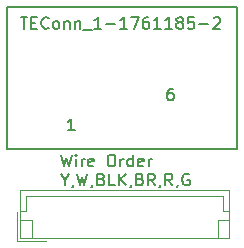
<source format=gbr>
%TF.GenerationSoftware,KiCad,Pcbnew,7.0.9*%
%TF.CreationDate,2024-03-01T17:25:44-08:00*%
%TF.ProjectId,M13-SDL-Rev1,4d31332d-5344-44c2-9d52-6576312e6b69,2*%
%TF.SameCoordinates,Original*%
%TF.FileFunction,Legend,Top*%
%TF.FilePolarity,Positive*%
%FSLAX46Y46*%
G04 Gerber Fmt 4.6, Leading zero omitted, Abs format (unit mm)*
G04 Created by KiCad (PCBNEW 7.0.9) date 2024-03-01 17:25:44*
%MOMM*%
%LPD*%
G01*
G04 APERTURE LIST*
%ADD10C,0.150000*%
%ADD11C,0.120000*%
%ADD12C,0.152400*%
G04 APERTURE END LIST*
D10*
X140891541Y-109009819D02*
X141129636Y-110009819D01*
X141129636Y-110009819D02*
X141320112Y-109295533D01*
X141320112Y-109295533D02*
X141510588Y-110009819D01*
X141510588Y-110009819D02*
X141748684Y-109009819D01*
X142129636Y-110009819D02*
X142129636Y-109343152D01*
X142129636Y-109009819D02*
X142082017Y-109057438D01*
X142082017Y-109057438D02*
X142129636Y-109105057D01*
X142129636Y-109105057D02*
X142177255Y-109057438D01*
X142177255Y-109057438D02*
X142129636Y-109009819D01*
X142129636Y-109009819D02*
X142129636Y-109105057D01*
X142605826Y-110009819D02*
X142605826Y-109343152D01*
X142605826Y-109533628D02*
X142653445Y-109438390D01*
X142653445Y-109438390D02*
X142701064Y-109390771D01*
X142701064Y-109390771D02*
X142796302Y-109343152D01*
X142796302Y-109343152D02*
X142891540Y-109343152D01*
X143605826Y-109962200D02*
X143510588Y-110009819D01*
X143510588Y-110009819D02*
X143320112Y-110009819D01*
X143320112Y-110009819D02*
X143224874Y-109962200D01*
X143224874Y-109962200D02*
X143177255Y-109866961D01*
X143177255Y-109866961D02*
X143177255Y-109486009D01*
X143177255Y-109486009D02*
X143224874Y-109390771D01*
X143224874Y-109390771D02*
X143320112Y-109343152D01*
X143320112Y-109343152D02*
X143510588Y-109343152D01*
X143510588Y-109343152D02*
X143605826Y-109390771D01*
X143605826Y-109390771D02*
X143653445Y-109486009D01*
X143653445Y-109486009D02*
X143653445Y-109581247D01*
X143653445Y-109581247D02*
X143177255Y-109676485D01*
X145034398Y-109009819D02*
X145224874Y-109009819D01*
X145224874Y-109009819D02*
X145320112Y-109057438D01*
X145320112Y-109057438D02*
X145415350Y-109152676D01*
X145415350Y-109152676D02*
X145462969Y-109343152D01*
X145462969Y-109343152D02*
X145462969Y-109676485D01*
X145462969Y-109676485D02*
X145415350Y-109866961D01*
X145415350Y-109866961D02*
X145320112Y-109962200D01*
X145320112Y-109962200D02*
X145224874Y-110009819D01*
X145224874Y-110009819D02*
X145034398Y-110009819D01*
X145034398Y-110009819D02*
X144939160Y-109962200D01*
X144939160Y-109962200D02*
X144843922Y-109866961D01*
X144843922Y-109866961D02*
X144796303Y-109676485D01*
X144796303Y-109676485D02*
X144796303Y-109343152D01*
X144796303Y-109343152D02*
X144843922Y-109152676D01*
X144843922Y-109152676D02*
X144939160Y-109057438D01*
X144939160Y-109057438D02*
X145034398Y-109009819D01*
X145891541Y-110009819D02*
X145891541Y-109343152D01*
X145891541Y-109533628D02*
X145939160Y-109438390D01*
X145939160Y-109438390D02*
X145986779Y-109390771D01*
X145986779Y-109390771D02*
X146082017Y-109343152D01*
X146082017Y-109343152D02*
X146177255Y-109343152D01*
X146939160Y-110009819D02*
X146939160Y-109009819D01*
X146939160Y-109962200D02*
X146843922Y-110009819D01*
X146843922Y-110009819D02*
X146653446Y-110009819D01*
X146653446Y-110009819D02*
X146558208Y-109962200D01*
X146558208Y-109962200D02*
X146510589Y-109914580D01*
X146510589Y-109914580D02*
X146462970Y-109819342D01*
X146462970Y-109819342D02*
X146462970Y-109533628D01*
X146462970Y-109533628D02*
X146510589Y-109438390D01*
X146510589Y-109438390D02*
X146558208Y-109390771D01*
X146558208Y-109390771D02*
X146653446Y-109343152D01*
X146653446Y-109343152D02*
X146843922Y-109343152D01*
X146843922Y-109343152D02*
X146939160Y-109390771D01*
X147796303Y-109962200D02*
X147701065Y-110009819D01*
X147701065Y-110009819D02*
X147510589Y-110009819D01*
X147510589Y-110009819D02*
X147415351Y-109962200D01*
X147415351Y-109962200D02*
X147367732Y-109866961D01*
X147367732Y-109866961D02*
X147367732Y-109486009D01*
X147367732Y-109486009D02*
X147415351Y-109390771D01*
X147415351Y-109390771D02*
X147510589Y-109343152D01*
X147510589Y-109343152D02*
X147701065Y-109343152D01*
X147701065Y-109343152D02*
X147796303Y-109390771D01*
X147796303Y-109390771D02*
X147843922Y-109486009D01*
X147843922Y-109486009D02*
X147843922Y-109581247D01*
X147843922Y-109581247D02*
X147367732Y-109676485D01*
X148272494Y-110009819D02*
X148272494Y-109343152D01*
X148272494Y-109533628D02*
X148320113Y-109438390D01*
X148320113Y-109438390D02*
X148367732Y-109390771D01*
X148367732Y-109390771D02*
X148462970Y-109343152D01*
X148462970Y-109343152D02*
X148558208Y-109343152D01*
X141177255Y-111143628D02*
X141177255Y-111619819D01*
X140843922Y-110619819D02*
X141177255Y-111143628D01*
X141177255Y-111143628D02*
X141510588Y-110619819D01*
X141891541Y-111572200D02*
X141891541Y-111619819D01*
X141891541Y-111619819D02*
X141843922Y-111715057D01*
X141843922Y-111715057D02*
X141796303Y-111762676D01*
X142224874Y-110619819D02*
X142462969Y-111619819D01*
X142462969Y-111619819D02*
X142653445Y-110905533D01*
X142653445Y-110905533D02*
X142843921Y-111619819D01*
X142843921Y-111619819D02*
X143082017Y-110619819D01*
X143510588Y-111572200D02*
X143510588Y-111619819D01*
X143510588Y-111619819D02*
X143462969Y-111715057D01*
X143462969Y-111715057D02*
X143415350Y-111762676D01*
X144272492Y-111096009D02*
X144415349Y-111143628D01*
X144415349Y-111143628D02*
X144462968Y-111191247D01*
X144462968Y-111191247D02*
X144510587Y-111286485D01*
X144510587Y-111286485D02*
X144510587Y-111429342D01*
X144510587Y-111429342D02*
X144462968Y-111524580D01*
X144462968Y-111524580D02*
X144415349Y-111572200D01*
X144415349Y-111572200D02*
X144320111Y-111619819D01*
X144320111Y-111619819D02*
X143939159Y-111619819D01*
X143939159Y-111619819D02*
X143939159Y-110619819D01*
X143939159Y-110619819D02*
X144272492Y-110619819D01*
X144272492Y-110619819D02*
X144367730Y-110667438D01*
X144367730Y-110667438D02*
X144415349Y-110715057D01*
X144415349Y-110715057D02*
X144462968Y-110810295D01*
X144462968Y-110810295D02*
X144462968Y-110905533D01*
X144462968Y-110905533D02*
X144415349Y-111000771D01*
X144415349Y-111000771D02*
X144367730Y-111048390D01*
X144367730Y-111048390D02*
X144272492Y-111096009D01*
X144272492Y-111096009D02*
X143939159Y-111096009D01*
X145415349Y-111619819D02*
X144939159Y-111619819D01*
X144939159Y-111619819D02*
X144939159Y-110619819D01*
X145748683Y-111619819D02*
X145748683Y-110619819D01*
X146320111Y-111619819D02*
X145891540Y-111048390D01*
X146320111Y-110619819D02*
X145748683Y-111191247D01*
X146796302Y-111572200D02*
X146796302Y-111619819D01*
X146796302Y-111619819D02*
X146748683Y-111715057D01*
X146748683Y-111715057D02*
X146701064Y-111762676D01*
X147558206Y-111096009D02*
X147701063Y-111143628D01*
X147701063Y-111143628D02*
X147748682Y-111191247D01*
X147748682Y-111191247D02*
X147796301Y-111286485D01*
X147796301Y-111286485D02*
X147796301Y-111429342D01*
X147796301Y-111429342D02*
X147748682Y-111524580D01*
X147748682Y-111524580D02*
X147701063Y-111572200D01*
X147701063Y-111572200D02*
X147605825Y-111619819D01*
X147605825Y-111619819D02*
X147224873Y-111619819D01*
X147224873Y-111619819D02*
X147224873Y-110619819D01*
X147224873Y-110619819D02*
X147558206Y-110619819D01*
X147558206Y-110619819D02*
X147653444Y-110667438D01*
X147653444Y-110667438D02*
X147701063Y-110715057D01*
X147701063Y-110715057D02*
X147748682Y-110810295D01*
X147748682Y-110810295D02*
X147748682Y-110905533D01*
X147748682Y-110905533D02*
X147701063Y-111000771D01*
X147701063Y-111000771D02*
X147653444Y-111048390D01*
X147653444Y-111048390D02*
X147558206Y-111096009D01*
X147558206Y-111096009D02*
X147224873Y-111096009D01*
X148796301Y-111619819D02*
X148462968Y-111143628D01*
X148224873Y-111619819D02*
X148224873Y-110619819D01*
X148224873Y-110619819D02*
X148605825Y-110619819D01*
X148605825Y-110619819D02*
X148701063Y-110667438D01*
X148701063Y-110667438D02*
X148748682Y-110715057D01*
X148748682Y-110715057D02*
X148796301Y-110810295D01*
X148796301Y-110810295D02*
X148796301Y-110953152D01*
X148796301Y-110953152D02*
X148748682Y-111048390D01*
X148748682Y-111048390D02*
X148701063Y-111096009D01*
X148701063Y-111096009D02*
X148605825Y-111143628D01*
X148605825Y-111143628D02*
X148224873Y-111143628D01*
X149272492Y-111572200D02*
X149272492Y-111619819D01*
X149272492Y-111619819D02*
X149224873Y-111715057D01*
X149224873Y-111715057D02*
X149177254Y-111762676D01*
X150272491Y-111619819D02*
X149939158Y-111143628D01*
X149701063Y-111619819D02*
X149701063Y-110619819D01*
X149701063Y-110619819D02*
X150082015Y-110619819D01*
X150082015Y-110619819D02*
X150177253Y-110667438D01*
X150177253Y-110667438D02*
X150224872Y-110715057D01*
X150224872Y-110715057D02*
X150272491Y-110810295D01*
X150272491Y-110810295D02*
X150272491Y-110953152D01*
X150272491Y-110953152D02*
X150224872Y-111048390D01*
X150224872Y-111048390D02*
X150177253Y-111096009D01*
X150177253Y-111096009D02*
X150082015Y-111143628D01*
X150082015Y-111143628D02*
X149701063Y-111143628D01*
X150748682Y-111572200D02*
X150748682Y-111619819D01*
X150748682Y-111619819D02*
X150701063Y-111715057D01*
X150701063Y-111715057D02*
X150653444Y-111762676D01*
X151701062Y-110667438D02*
X151605824Y-110619819D01*
X151605824Y-110619819D02*
X151462967Y-110619819D01*
X151462967Y-110619819D02*
X151320110Y-110667438D01*
X151320110Y-110667438D02*
X151224872Y-110762676D01*
X151224872Y-110762676D02*
X151177253Y-110857914D01*
X151177253Y-110857914D02*
X151129634Y-111048390D01*
X151129634Y-111048390D02*
X151129634Y-111191247D01*
X151129634Y-111191247D02*
X151177253Y-111381723D01*
X151177253Y-111381723D02*
X151224872Y-111476961D01*
X151224872Y-111476961D02*
X151320110Y-111572200D01*
X151320110Y-111572200D02*
X151462967Y-111619819D01*
X151462967Y-111619819D02*
X151558205Y-111619819D01*
X151558205Y-111619819D02*
X151701062Y-111572200D01*
X151701062Y-111572200D02*
X151748681Y-111524580D01*
X151748681Y-111524580D02*
X151748681Y-111191247D01*
X151748681Y-111191247D02*
X151558205Y-111191247D01*
X137435000Y-97369819D02*
X138006428Y-97369819D01*
X137720714Y-98369819D02*
X137720714Y-97369819D01*
X138339762Y-97846009D02*
X138673095Y-97846009D01*
X138815952Y-98369819D02*
X138339762Y-98369819D01*
X138339762Y-98369819D02*
X138339762Y-97369819D01*
X138339762Y-97369819D02*
X138815952Y-97369819D01*
X139815952Y-98274580D02*
X139768333Y-98322200D01*
X139768333Y-98322200D02*
X139625476Y-98369819D01*
X139625476Y-98369819D02*
X139530238Y-98369819D01*
X139530238Y-98369819D02*
X139387381Y-98322200D01*
X139387381Y-98322200D02*
X139292143Y-98226961D01*
X139292143Y-98226961D02*
X139244524Y-98131723D01*
X139244524Y-98131723D02*
X139196905Y-97941247D01*
X139196905Y-97941247D02*
X139196905Y-97798390D01*
X139196905Y-97798390D02*
X139244524Y-97607914D01*
X139244524Y-97607914D02*
X139292143Y-97512676D01*
X139292143Y-97512676D02*
X139387381Y-97417438D01*
X139387381Y-97417438D02*
X139530238Y-97369819D01*
X139530238Y-97369819D02*
X139625476Y-97369819D01*
X139625476Y-97369819D02*
X139768333Y-97417438D01*
X139768333Y-97417438D02*
X139815952Y-97465057D01*
X140387381Y-98369819D02*
X140292143Y-98322200D01*
X140292143Y-98322200D02*
X140244524Y-98274580D01*
X140244524Y-98274580D02*
X140196905Y-98179342D01*
X140196905Y-98179342D02*
X140196905Y-97893628D01*
X140196905Y-97893628D02*
X140244524Y-97798390D01*
X140244524Y-97798390D02*
X140292143Y-97750771D01*
X140292143Y-97750771D02*
X140387381Y-97703152D01*
X140387381Y-97703152D02*
X140530238Y-97703152D01*
X140530238Y-97703152D02*
X140625476Y-97750771D01*
X140625476Y-97750771D02*
X140673095Y-97798390D01*
X140673095Y-97798390D02*
X140720714Y-97893628D01*
X140720714Y-97893628D02*
X140720714Y-98179342D01*
X140720714Y-98179342D02*
X140673095Y-98274580D01*
X140673095Y-98274580D02*
X140625476Y-98322200D01*
X140625476Y-98322200D02*
X140530238Y-98369819D01*
X140530238Y-98369819D02*
X140387381Y-98369819D01*
X141149286Y-97703152D02*
X141149286Y-98369819D01*
X141149286Y-97798390D02*
X141196905Y-97750771D01*
X141196905Y-97750771D02*
X141292143Y-97703152D01*
X141292143Y-97703152D02*
X141435000Y-97703152D01*
X141435000Y-97703152D02*
X141530238Y-97750771D01*
X141530238Y-97750771D02*
X141577857Y-97846009D01*
X141577857Y-97846009D02*
X141577857Y-98369819D01*
X142054048Y-97703152D02*
X142054048Y-98369819D01*
X142054048Y-97798390D02*
X142101667Y-97750771D01*
X142101667Y-97750771D02*
X142196905Y-97703152D01*
X142196905Y-97703152D02*
X142339762Y-97703152D01*
X142339762Y-97703152D02*
X142435000Y-97750771D01*
X142435000Y-97750771D02*
X142482619Y-97846009D01*
X142482619Y-97846009D02*
X142482619Y-98369819D01*
X142720715Y-98465057D02*
X143482619Y-98465057D01*
X144244524Y-98369819D02*
X143673096Y-98369819D01*
X143958810Y-98369819D02*
X143958810Y-97369819D01*
X143958810Y-97369819D02*
X143863572Y-97512676D01*
X143863572Y-97512676D02*
X143768334Y-97607914D01*
X143768334Y-97607914D02*
X143673096Y-97655533D01*
X144673096Y-97988866D02*
X145435001Y-97988866D01*
X146435000Y-98369819D02*
X145863572Y-98369819D01*
X146149286Y-98369819D02*
X146149286Y-97369819D01*
X146149286Y-97369819D02*
X146054048Y-97512676D01*
X146054048Y-97512676D02*
X145958810Y-97607914D01*
X145958810Y-97607914D02*
X145863572Y-97655533D01*
X146768334Y-97369819D02*
X147435000Y-97369819D01*
X147435000Y-97369819D02*
X147006429Y-98369819D01*
X148244524Y-97369819D02*
X148054048Y-97369819D01*
X148054048Y-97369819D02*
X147958810Y-97417438D01*
X147958810Y-97417438D02*
X147911191Y-97465057D01*
X147911191Y-97465057D02*
X147815953Y-97607914D01*
X147815953Y-97607914D02*
X147768334Y-97798390D01*
X147768334Y-97798390D02*
X147768334Y-98179342D01*
X147768334Y-98179342D02*
X147815953Y-98274580D01*
X147815953Y-98274580D02*
X147863572Y-98322200D01*
X147863572Y-98322200D02*
X147958810Y-98369819D01*
X147958810Y-98369819D02*
X148149286Y-98369819D01*
X148149286Y-98369819D02*
X148244524Y-98322200D01*
X148244524Y-98322200D02*
X148292143Y-98274580D01*
X148292143Y-98274580D02*
X148339762Y-98179342D01*
X148339762Y-98179342D02*
X148339762Y-97941247D01*
X148339762Y-97941247D02*
X148292143Y-97846009D01*
X148292143Y-97846009D02*
X148244524Y-97798390D01*
X148244524Y-97798390D02*
X148149286Y-97750771D01*
X148149286Y-97750771D02*
X147958810Y-97750771D01*
X147958810Y-97750771D02*
X147863572Y-97798390D01*
X147863572Y-97798390D02*
X147815953Y-97846009D01*
X147815953Y-97846009D02*
X147768334Y-97941247D01*
X149292143Y-98369819D02*
X148720715Y-98369819D01*
X149006429Y-98369819D02*
X149006429Y-97369819D01*
X149006429Y-97369819D02*
X148911191Y-97512676D01*
X148911191Y-97512676D02*
X148815953Y-97607914D01*
X148815953Y-97607914D02*
X148720715Y-97655533D01*
X150244524Y-98369819D02*
X149673096Y-98369819D01*
X149958810Y-98369819D02*
X149958810Y-97369819D01*
X149958810Y-97369819D02*
X149863572Y-97512676D01*
X149863572Y-97512676D02*
X149768334Y-97607914D01*
X149768334Y-97607914D02*
X149673096Y-97655533D01*
X150815953Y-97798390D02*
X150720715Y-97750771D01*
X150720715Y-97750771D02*
X150673096Y-97703152D01*
X150673096Y-97703152D02*
X150625477Y-97607914D01*
X150625477Y-97607914D02*
X150625477Y-97560295D01*
X150625477Y-97560295D02*
X150673096Y-97465057D01*
X150673096Y-97465057D02*
X150720715Y-97417438D01*
X150720715Y-97417438D02*
X150815953Y-97369819D01*
X150815953Y-97369819D02*
X151006429Y-97369819D01*
X151006429Y-97369819D02*
X151101667Y-97417438D01*
X151101667Y-97417438D02*
X151149286Y-97465057D01*
X151149286Y-97465057D02*
X151196905Y-97560295D01*
X151196905Y-97560295D02*
X151196905Y-97607914D01*
X151196905Y-97607914D02*
X151149286Y-97703152D01*
X151149286Y-97703152D02*
X151101667Y-97750771D01*
X151101667Y-97750771D02*
X151006429Y-97798390D01*
X151006429Y-97798390D02*
X150815953Y-97798390D01*
X150815953Y-97798390D02*
X150720715Y-97846009D01*
X150720715Y-97846009D02*
X150673096Y-97893628D01*
X150673096Y-97893628D02*
X150625477Y-97988866D01*
X150625477Y-97988866D02*
X150625477Y-98179342D01*
X150625477Y-98179342D02*
X150673096Y-98274580D01*
X150673096Y-98274580D02*
X150720715Y-98322200D01*
X150720715Y-98322200D02*
X150815953Y-98369819D01*
X150815953Y-98369819D02*
X151006429Y-98369819D01*
X151006429Y-98369819D02*
X151101667Y-98322200D01*
X151101667Y-98322200D02*
X151149286Y-98274580D01*
X151149286Y-98274580D02*
X151196905Y-98179342D01*
X151196905Y-98179342D02*
X151196905Y-97988866D01*
X151196905Y-97988866D02*
X151149286Y-97893628D01*
X151149286Y-97893628D02*
X151101667Y-97846009D01*
X151101667Y-97846009D02*
X151006429Y-97798390D01*
X152101667Y-97369819D02*
X151625477Y-97369819D01*
X151625477Y-97369819D02*
X151577858Y-97846009D01*
X151577858Y-97846009D02*
X151625477Y-97798390D01*
X151625477Y-97798390D02*
X151720715Y-97750771D01*
X151720715Y-97750771D02*
X151958810Y-97750771D01*
X151958810Y-97750771D02*
X152054048Y-97798390D01*
X152054048Y-97798390D02*
X152101667Y-97846009D01*
X152101667Y-97846009D02*
X152149286Y-97941247D01*
X152149286Y-97941247D02*
X152149286Y-98179342D01*
X152149286Y-98179342D02*
X152101667Y-98274580D01*
X152101667Y-98274580D02*
X152054048Y-98322200D01*
X152054048Y-98322200D02*
X151958810Y-98369819D01*
X151958810Y-98369819D02*
X151720715Y-98369819D01*
X151720715Y-98369819D02*
X151625477Y-98322200D01*
X151625477Y-98322200D02*
X151577858Y-98274580D01*
X152577858Y-97988866D02*
X153339763Y-97988866D01*
X153768334Y-97465057D02*
X153815953Y-97417438D01*
X153815953Y-97417438D02*
X153911191Y-97369819D01*
X153911191Y-97369819D02*
X154149286Y-97369819D01*
X154149286Y-97369819D02*
X154244524Y-97417438D01*
X154244524Y-97417438D02*
X154292143Y-97465057D01*
X154292143Y-97465057D02*
X154339762Y-97560295D01*
X154339762Y-97560295D02*
X154339762Y-97655533D01*
X154339762Y-97655533D02*
X154292143Y-97798390D01*
X154292143Y-97798390D02*
X153720715Y-98369819D01*
X153720715Y-98369819D02*
X154339762Y-98369819D01*
X150316476Y-103429819D02*
X150126000Y-103429819D01*
X150126000Y-103429819D02*
X150030762Y-103477438D01*
X150030762Y-103477438D02*
X149983143Y-103525057D01*
X149983143Y-103525057D02*
X149887905Y-103667914D01*
X149887905Y-103667914D02*
X149840286Y-103858390D01*
X149840286Y-103858390D02*
X149840286Y-104239342D01*
X149840286Y-104239342D02*
X149887905Y-104334580D01*
X149887905Y-104334580D02*
X149935524Y-104382200D01*
X149935524Y-104382200D02*
X150030762Y-104429819D01*
X150030762Y-104429819D02*
X150221238Y-104429819D01*
X150221238Y-104429819D02*
X150316476Y-104382200D01*
X150316476Y-104382200D02*
X150364095Y-104334580D01*
X150364095Y-104334580D02*
X150411714Y-104239342D01*
X150411714Y-104239342D02*
X150411714Y-104001247D01*
X150411714Y-104001247D02*
X150364095Y-103906009D01*
X150364095Y-103906009D02*
X150316476Y-103858390D01*
X150316476Y-103858390D02*
X150221238Y-103810771D01*
X150221238Y-103810771D02*
X150030762Y-103810771D01*
X150030762Y-103810771D02*
X149935524Y-103858390D01*
X149935524Y-103858390D02*
X149887905Y-103906009D01*
X149887905Y-103906009D02*
X149840286Y-104001247D01*
X142029714Y-106969819D02*
X141458286Y-106969819D01*
X141744000Y-106969819D02*
X141744000Y-105969819D01*
X141744000Y-105969819D02*
X141648762Y-106112676D01*
X141648762Y-106112676D02*
X141553524Y-106207914D01*
X141553524Y-106207914D02*
X141458286Y-106255533D01*
D11*
%TO.C,REF\u002A\u002A*%
X137090000Y-113860000D02*
X137090000Y-116360000D01*
X137090000Y-116360000D02*
X139590000Y-116360000D01*
X137390000Y-112040000D02*
X137390000Y-116060000D01*
X137390000Y-113750000D02*
X137890000Y-113750000D01*
X137390000Y-114560000D02*
X138390000Y-114560000D01*
X137390000Y-116060000D02*
X155110000Y-116060000D01*
X137890000Y-112540000D02*
X154610000Y-112540000D01*
X137890000Y-113750000D02*
X137890000Y-112540000D01*
X138390000Y-114560000D02*
X138390000Y-116060000D01*
X154110000Y-114560000D02*
X154110000Y-116060000D01*
X154610000Y-112540000D02*
X154610000Y-113750000D01*
X154610000Y-113750000D02*
X155110000Y-113750000D01*
X155110000Y-112040000D02*
X137390000Y-112040000D01*
X155110000Y-114560000D02*
X154110000Y-114560000D01*
X155110000Y-116060000D02*
X155110000Y-112040000D01*
D12*
X136260000Y-108540000D02*
X136260000Y-96515000D01*
X136260000Y-108540000D02*
X155760000Y-108540000D01*
X155760000Y-96515000D02*
X136260000Y-96515000D01*
X155760000Y-108540000D02*
X155760000Y-96515000D01*
%TD*%
M02*

</source>
